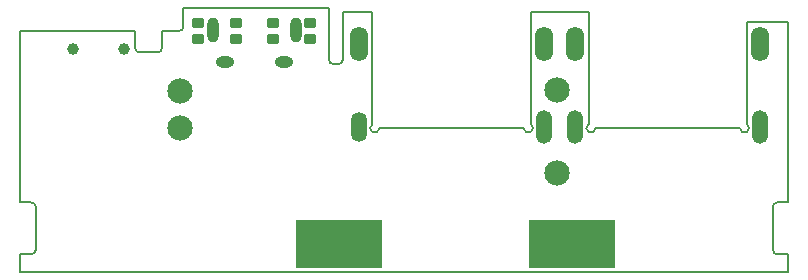
<source format=gbs>
G04*
G04 #@! TF.GenerationSoftware,Altium Limited,Altium Designer,20.2.7 (254)*
G04*
G04 Layer_Color=16711935*
%FSLAX43Y43*%
%MOMM*%
G71*
G04*
G04 #@! TF.SameCoordinates,2D86DA50-308A-4E10-9511-59D9385B8F58*
G04*
G04*
G04 #@! TF.FilePolarity,Negative*
G04*
G01*
G75*
%ADD12C,0.200*%
G04:AMPARAMS|DCode=39|XSize=1.04mm|YSize=0.84mm|CornerRadius=0.175mm|HoleSize=0mm|Usage=FLASHONLY|Rotation=180.000|XOffset=0mm|YOffset=0mm|HoleType=Round|Shape=RoundedRectangle|*
%AMROUNDEDRECTD39*
21,1,1.040,0.490,0,0,180.0*
21,1,0.690,0.840,0,0,180.0*
1,1,0.350,-0.345,0.245*
1,1,0.350,0.345,0.245*
1,1,0.350,0.345,-0.245*
1,1,0.350,-0.345,-0.245*
%
%ADD39ROUNDEDRECTD39*%
%ADD56O,1.540X0.940*%
%ADD57O,0.940X2.140*%
%ADD58O,1.340X2.840*%
%ADD59O,1.540X2.940*%
%ADD60O,1.340X2.540*%
%ADD61C,2.140*%
%ADD62C,1.000*%
%ADD75R,7.340X4.140*%
G36*
X4450Y18447D02*
X4623Y18481D01*
X4770Y18580D01*
X4869Y18727D01*
X4903Y18900D01*
X4869Y19073D01*
X4770Y19220D01*
X4623Y19319D01*
X4450Y19353D01*
D01*
X4277Y19319D01*
X4130Y19220D01*
X4031Y19073D01*
X3997Y18900D01*
X4031Y18727D01*
X4130Y18580D01*
X4277Y18481D01*
X4450Y18447D01*
D01*
D02*
G37*
G36*
X8750D02*
X8923Y18481D01*
X9070Y18580D01*
X9169Y18727D01*
X9203Y18900D01*
X9169Y19073D01*
X9070Y19220D01*
X8923Y19319D01*
X8750Y19353D01*
D01*
X8577Y19319D01*
X8430Y19220D01*
X8331Y19073D01*
X8297Y18900D01*
X8331Y18727D01*
X8430Y18580D01*
X8577Y18481D01*
X8750Y18447D01*
D01*
D02*
G37*
D12*
X900Y1500D02*
G03*
X1300Y1900I0J400D01*
G01*
X42600Y12200D02*
G03*
X43200Y12546I400J0D01*
G01*
X1300Y5500D02*
G03*
X900Y5900I-400J0D01*
G01*
X11600Y18600D02*
G03*
X12000Y19000I0J400D01*
G01*
X63700Y1900D02*
G03*
X64100Y1500I400J0D01*
G01*
Y5900D02*
G03*
X63700Y5500I0J-400D01*
G01*
X60900Y12200D02*
G03*
X61500Y12546I400J0D01*
G01*
X29800D02*
G03*
X30400Y12200I200J-346D01*
G01*
X26100Y18000D02*
G03*
X26500Y17600I400J0D01*
G01*
X48100Y12546D02*
G03*
X48700Y12200I200J-346D01*
G01*
X9700Y19000D02*
G03*
X10100Y18600I400J0D01*
G01*
X13400Y20400D02*
G03*
X13800Y20800I0J400D01*
G01*
X26900Y17600D02*
G03*
X27300Y18000I0J400D01*
G01*
X29800Y12546D02*
Y22000D01*
X27300D02*
X29800D01*
X61500Y12546D02*
Y21150D01*
X65000D01*
X64100Y5900D02*
X65000D01*
Y21150D01*
X0Y5900D02*
Y20400D01*
X65000Y0D02*
Y1500D01*
X26100Y18000D02*
Y22400D01*
X0Y0D02*
X65000D01*
X43200Y22000D02*
X48100D01*
X30400Y12200D02*
X42600D01*
X0Y20400D02*
X9700D01*
X12000D02*
X13400D01*
X0Y5900D02*
X900D01*
X12000Y19000D02*
Y20400D01*
X26500Y17600D02*
X26900D01*
X13800Y20800D02*
Y22400D01*
X63700Y1900D02*
Y5500D01*
X0Y0D02*
Y1500D01*
X48700Y12200D02*
X60900D01*
X0Y1500D02*
X900D01*
X48100Y12546D02*
Y22000D01*
X43200Y12546D02*
Y22000D01*
X9700Y19000D02*
Y20400D01*
X64100Y1500D02*
X65000D01*
X27300Y18000D02*
Y22000D01*
X1300Y1900D02*
Y5500D01*
X10100Y18600D02*
X11600D01*
X13800Y22400D02*
X26100D01*
D39*
X24550Y19700D02*
D03*
Y21100D02*
D03*
X21383Y21100D02*
D03*
Y19700D02*
D03*
X18217Y19700D02*
D03*
Y21100D02*
D03*
X15050D02*
D03*
Y19700D02*
D03*
D56*
X17300Y17800D02*
D03*
X22300D02*
D03*
D57*
X23300Y20500D02*
D03*
X16300D02*
D03*
D58*
X44345Y12300D02*
D03*
X46955D02*
D03*
X62645D02*
D03*
D59*
X44345Y19350D02*
D03*
X28655D02*
D03*
X46955D02*
D03*
X62645D02*
D03*
D60*
X28655Y12300D02*
D03*
D61*
X45400Y8400D02*
D03*
X45400Y15400D02*
D03*
X13500Y12200D02*
D03*
X13500Y15300D02*
D03*
D62*
X4450Y18900D02*
D03*
X8750D02*
D03*
D75*
X27000Y2400D02*
D03*
X46700D02*
D03*
M02*

</source>
